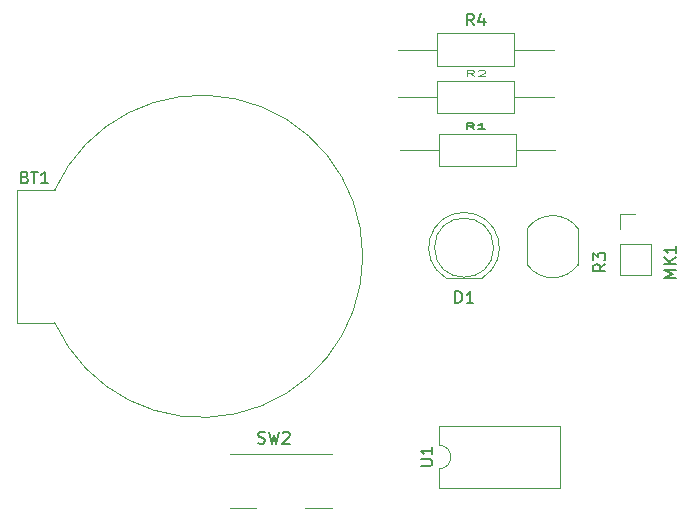
<source format=gbr>
%TF.GenerationSoftware,KiCad,Pcbnew,8.0.4*%
%TF.CreationDate,2024-07-31T01:51:00-07:00*%
%TF.ProjectId,digital,64696769-7461-46c2-9e6b-696361645f70,rev?*%
%TF.SameCoordinates,Original*%
%TF.FileFunction,Legend,Top*%
%TF.FilePolarity,Positive*%
%FSLAX46Y46*%
G04 Gerber Fmt 4.6, Leading zero omitted, Abs format (unit mm)*
G04 Created by KiCad (PCBNEW 8.0.4) date 2024-07-31 01:51:00*
%MOMM*%
%LPD*%
G01*
G04 APERTURE LIST*
%ADD10C,0.150000*%
%ADD11C,0.063500*%
%ADD12C,0.127000*%
%ADD13C,0.120000*%
G04 APERTURE END LIST*
D10*
X167454819Y-105166666D02*
X166978628Y-105499999D01*
X167454819Y-105738094D02*
X166454819Y-105738094D01*
X166454819Y-105738094D02*
X166454819Y-105357142D01*
X166454819Y-105357142D02*
X166502438Y-105261904D01*
X166502438Y-105261904D02*
X166550057Y-105214285D01*
X166550057Y-105214285D02*
X166645295Y-105166666D01*
X166645295Y-105166666D02*
X166788152Y-105166666D01*
X166788152Y-105166666D02*
X166883390Y-105214285D01*
X166883390Y-105214285D02*
X166931009Y-105261904D01*
X166931009Y-105261904D02*
X166978628Y-105357142D01*
X166978628Y-105357142D02*
X166978628Y-105738094D01*
X166454819Y-104833332D02*
X166454819Y-104214285D01*
X166454819Y-104214285D02*
X166835771Y-104547618D01*
X166835771Y-104547618D02*
X166835771Y-104404761D01*
X166835771Y-104404761D02*
X166883390Y-104309523D01*
X166883390Y-104309523D02*
X166931009Y-104261904D01*
X166931009Y-104261904D02*
X167026247Y-104214285D01*
X167026247Y-104214285D02*
X167264342Y-104214285D01*
X167264342Y-104214285D02*
X167359580Y-104261904D01*
X167359580Y-104261904D02*
X167407200Y-104309523D01*
X167407200Y-104309523D02*
X167454819Y-104404761D01*
X167454819Y-104404761D02*
X167454819Y-104690475D01*
X167454819Y-104690475D02*
X167407200Y-104785713D01*
X167407200Y-104785713D02*
X167359580Y-104833332D01*
X154761905Y-108454819D02*
X154761905Y-107454819D01*
X154761905Y-107454819D02*
X155000000Y-107454819D01*
X155000000Y-107454819D02*
X155142857Y-107502438D01*
X155142857Y-107502438D02*
X155238095Y-107597676D01*
X155238095Y-107597676D02*
X155285714Y-107692914D01*
X155285714Y-107692914D02*
X155333333Y-107883390D01*
X155333333Y-107883390D02*
X155333333Y-108026247D01*
X155333333Y-108026247D02*
X155285714Y-108216723D01*
X155285714Y-108216723D02*
X155238095Y-108311961D01*
X155238095Y-108311961D02*
X155142857Y-108407200D01*
X155142857Y-108407200D02*
X155000000Y-108454819D01*
X155000000Y-108454819D02*
X154761905Y-108454819D01*
X156285714Y-108454819D02*
X155714286Y-108454819D01*
X156000000Y-108454819D02*
X156000000Y-107454819D01*
X156000000Y-107454819D02*
X155904762Y-107597676D01*
X155904762Y-107597676D02*
X155809524Y-107692914D01*
X155809524Y-107692914D02*
X155714286Y-107740533D01*
D11*
X156333333Y-89231708D02*
X156000000Y-88989803D01*
X155761905Y-89231708D02*
X155761905Y-88723708D01*
X155761905Y-88723708D02*
X156142857Y-88723708D01*
X156142857Y-88723708D02*
X156238095Y-88747898D01*
X156238095Y-88747898D02*
X156285714Y-88772089D01*
X156285714Y-88772089D02*
X156333333Y-88820470D01*
X156333333Y-88820470D02*
X156333333Y-88893041D01*
X156333333Y-88893041D02*
X156285714Y-88941422D01*
X156285714Y-88941422D02*
X156238095Y-88965613D01*
X156238095Y-88965613D02*
X156142857Y-88989803D01*
X156142857Y-88989803D02*
X155761905Y-88989803D01*
X156714286Y-88772089D02*
X156761905Y-88747898D01*
X156761905Y-88747898D02*
X156857143Y-88723708D01*
X156857143Y-88723708D02*
X157095238Y-88723708D01*
X157095238Y-88723708D02*
X157190476Y-88747898D01*
X157190476Y-88747898D02*
X157238095Y-88772089D01*
X157238095Y-88772089D02*
X157285714Y-88820470D01*
X157285714Y-88820470D02*
X157285714Y-88868851D01*
X157285714Y-88868851D02*
X157238095Y-88941422D01*
X157238095Y-88941422D02*
X156666667Y-89231708D01*
X156666667Y-89231708D02*
X157285714Y-89231708D01*
D10*
X118314285Y-97811009D02*
X118457142Y-97858628D01*
X118457142Y-97858628D02*
X118504761Y-97906247D01*
X118504761Y-97906247D02*
X118552380Y-98001485D01*
X118552380Y-98001485D02*
X118552380Y-98144342D01*
X118552380Y-98144342D02*
X118504761Y-98239580D01*
X118504761Y-98239580D02*
X118457142Y-98287200D01*
X118457142Y-98287200D02*
X118361904Y-98334819D01*
X118361904Y-98334819D02*
X117980952Y-98334819D01*
X117980952Y-98334819D02*
X117980952Y-97334819D01*
X117980952Y-97334819D02*
X118314285Y-97334819D01*
X118314285Y-97334819D02*
X118409523Y-97382438D01*
X118409523Y-97382438D02*
X118457142Y-97430057D01*
X118457142Y-97430057D02*
X118504761Y-97525295D01*
X118504761Y-97525295D02*
X118504761Y-97620533D01*
X118504761Y-97620533D02*
X118457142Y-97715771D01*
X118457142Y-97715771D02*
X118409523Y-97763390D01*
X118409523Y-97763390D02*
X118314285Y-97811009D01*
X118314285Y-97811009D02*
X117980952Y-97811009D01*
X118838095Y-97334819D02*
X119409523Y-97334819D01*
X119123809Y-98334819D02*
X119123809Y-97334819D01*
X120266666Y-98334819D02*
X119695238Y-98334819D01*
X119980952Y-98334819D02*
X119980952Y-97334819D01*
X119980952Y-97334819D02*
X119885714Y-97477676D01*
X119885714Y-97477676D02*
X119790476Y-97572914D01*
X119790476Y-97572914D02*
X119695238Y-97620533D01*
D12*
X156333333Y-84951666D02*
X156000000Y-84479952D01*
X155761905Y-84951666D02*
X155761905Y-83961066D01*
X155761905Y-83961066D02*
X156142857Y-83961066D01*
X156142857Y-83961066D02*
X156238095Y-84008237D01*
X156238095Y-84008237D02*
X156285714Y-84055409D01*
X156285714Y-84055409D02*
X156333333Y-84149752D01*
X156333333Y-84149752D02*
X156333333Y-84291266D01*
X156333333Y-84291266D02*
X156285714Y-84385609D01*
X156285714Y-84385609D02*
X156238095Y-84432780D01*
X156238095Y-84432780D02*
X156142857Y-84479952D01*
X156142857Y-84479952D02*
X155761905Y-84479952D01*
X157190476Y-84291266D02*
X157190476Y-84951666D01*
X156952381Y-83913895D02*
X156714286Y-84621466D01*
X156714286Y-84621466D02*
X157333333Y-84621466D01*
D10*
X151824819Y-122251904D02*
X152634342Y-122251904D01*
X152634342Y-122251904D02*
X152729580Y-122204285D01*
X152729580Y-122204285D02*
X152777200Y-122156666D01*
X152777200Y-122156666D02*
X152824819Y-122061428D01*
X152824819Y-122061428D02*
X152824819Y-121870952D01*
X152824819Y-121870952D02*
X152777200Y-121775714D01*
X152777200Y-121775714D02*
X152729580Y-121728095D01*
X152729580Y-121728095D02*
X152634342Y-121680476D01*
X152634342Y-121680476D02*
X151824819Y-121680476D01*
X152824819Y-120680476D02*
X152824819Y-121251904D01*
X152824819Y-120966190D02*
X151824819Y-120966190D01*
X151824819Y-120966190D02*
X151967676Y-121061428D01*
X151967676Y-121061428D02*
X152062914Y-121156666D01*
X152062914Y-121156666D02*
X152110533Y-121251904D01*
X138066667Y-120307200D02*
X138209524Y-120354819D01*
X138209524Y-120354819D02*
X138447619Y-120354819D01*
X138447619Y-120354819D02*
X138542857Y-120307200D01*
X138542857Y-120307200D02*
X138590476Y-120259580D01*
X138590476Y-120259580D02*
X138638095Y-120164342D01*
X138638095Y-120164342D02*
X138638095Y-120069104D01*
X138638095Y-120069104D02*
X138590476Y-119973866D01*
X138590476Y-119973866D02*
X138542857Y-119926247D01*
X138542857Y-119926247D02*
X138447619Y-119878628D01*
X138447619Y-119878628D02*
X138257143Y-119831009D01*
X138257143Y-119831009D02*
X138161905Y-119783390D01*
X138161905Y-119783390D02*
X138114286Y-119735771D01*
X138114286Y-119735771D02*
X138066667Y-119640533D01*
X138066667Y-119640533D02*
X138066667Y-119545295D01*
X138066667Y-119545295D02*
X138114286Y-119450057D01*
X138114286Y-119450057D02*
X138161905Y-119402438D01*
X138161905Y-119402438D02*
X138257143Y-119354819D01*
X138257143Y-119354819D02*
X138495238Y-119354819D01*
X138495238Y-119354819D02*
X138638095Y-119402438D01*
X138971429Y-119354819D02*
X139209524Y-120354819D01*
X139209524Y-120354819D02*
X139400000Y-119640533D01*
X139400000Y-119640533D02*
X139590476Y-120354819D01*
X139590476Y-120354819D02*
X139828572Y-119354819D01*
X140161905Y-119450057D02*
X140209524Y-119402438D01*
X140209524Y-119402438D02*
X140304762Y-119354819D01*
X140304762Y-119354819D02*
X140542857Y-119354819D01*
X140542857Y-119354819D02*
X140638095Y-119402438D01*
X140638095Y-119402438D02*
X140685714Y-119450057D01*
X140685714Y-119450057D02*
X140733333Y-119545295D01*
X140733333Y-119545295D02*
X140733333Y-119640533D01*
X140733333Y-119640533D02*
X140685714Y-119783390D01*
X140685714Y-119783390D02*
X140114286Y-120354819D01*
X140114286Y-120354819D02*
X140733333Y-120354819D01*
X173454819Y-106309523D02*
X172454819Y-106309523D01*
X172454819Y-106309523D02*
X173169104Y-105976190D01*
X173169104Y-105976190D02*
X172454819Y-105642857D01*
X172454819Y-105642857D02*
X173454819Y-105642857D01*
X173454819Y-105166666D02*
X172454819Y-105166666D01*
X173454819Y-104595238D02*
X172883390Y-105023809D01*
X172454819Y-104595238D02*
X173026247Y-105166666D01*
X173454819Y-103642857D02*
X173454819Y-104214285D01*
X173454819Y-103928571D02*
X172454819Y-103928571D01*
X172454819Y-103928571D02*
X172597676Y-104023809D01*
X172597676Y-104023809D02*
X172692914Y-104119047D01*
X172692914Y-104119047D02*
X172740533Y-104214285D01*
D12*
X156333333Y-93728406D02*
X156000000Y-93486501D01*
X155761905Y-93728406D02*
X155761905Y-93220406D01*
X155761905Y-93220406D02*
X156142857Y-93220406D01*
X156142857Y-93220406D02*
X156238095Y-93244596D01*
X156238095Y-93244596D02*
X156285714Y-93268787D01*
X156285714Y-93268787D02*
X156333333Y-93317168D01*
X156333333Y-93317168D02*
X156333333Y-93389739D01*
X156333333Y-93389739D02*
X156285714Y-93438120D01*
X156285714Y-93438120D02*
X156238095Y-93462311D01*
X156238095Y-93462311D02*
X156142857Y-93486501D01*
X156142857Y-93486501D02*
X155761905Y-93486501D01*
X157285714Y-93728406D02*
X156714286Y-93728406D01*
X157000000Y-93728406D02*
X157000000Y-93220406D01*
X157000000Y-93220406D02*
X156904762Y-93292977D01*
X156904762Y-93292977D02*
X156809524Y-93341358D01*
X156809524Y-93341358D02*
X156714286Y-93365549D01*
D13*
%TO.C,R3*%
X160850000Y-102150000D02*
X160850000Y-105200000D01*
X165150000Y-102150000D02*
X165150000Y-105200000D01*
X160850000Y-102150000D02*
G75*
G02*
X165165525Y-102171766I2150000J-1550000D01*
G01*
X165150000Y-105200000D02*
G75*
G02*
X160881751Y-105244513I-2150000J1500000D01*
G01*
%TO.C,D1*%
X153955000Y-106330000D02*
X157045000Y-106330000D01*
X153955170Y-106330000D02*
G75*
G02*
X155500462Y-100780000I1544830J2560000D01*
G01*
X155499538Y-100780000D02*
G75*
G02*
X157044830Y-106330000I462J-2990000D01*
G01*
X158000000Y-103770000D02*
G75*
G02*
X153000000Y-103770000I-2500000J0D01*
G01*
X153000000Y-103770000D02*
G75*
G02*
X158000000Y-103770000I2500000J0D01*
G01*
%TO.C,R2*%
X149920000Y-91000000D02*
X153230000Y-91000000D01*
X153230000Y-89630000D02*
X153230000Y-92370000D01*
X153230000Y-92370000D02*
X159770000Y-92370000D01*
X159770000Y-89630000D02*
X153230000Y-89630000D01*
X159770000Y-92370000D02*
X159770000Y-89630000D01*
X163080000Y-91000000D02*
X159770000Y-91000000D01*
%TO.C,BT1*%
X117670000Y-98890000D02*
X120845000Y-98890000D01*
X117670000Y-110110000D02*
X117670000Y-98890000D01*
X120845000Y-110110000D02*
X117670000Y-110110000D01*
X120845000Y-98890000D02*
G75*
G02*
X120845000Y-110110000I12435000J-5610000D01*
G01*
%TO.C,R4*%
X149920000Y-87000000D02*
X153230000Y-87000000D01*
X153230000Y-85630000D02*
X153230000Y-88370000D01*
X153230000Y-88370000D02*
X159770000Y-88370000D01*
X159770000Y-85630000D02*
X153230000Y-85630000D01*
X159770000Y-88370000D02*
X159770000Y-85630000D01*
X163080000Y-87000000D02*
X159770000Y-87000000D01*
%TO.C,U1*%
X153370000Y-118840000D02*
X153370000Y-120490000D01*
X153370000Y-122490000D02*
X153370000Y-124140000D01*
X153370000Y-124140000D02*
X163650000Y-124140000D01*
X163650000Y-118840000D02*
X153370000Y-118840000D01*
X163650000Y-124140000D02*
X163650000Y-118840000D01*
X153370000Y-120490000D02*
G75*
G02*
X153370000Y-122490000I0J-1000000D01*
G01*
%TO.C,SW2*%
X135700000Y-121200000D02*
X144300000Y-121200000D01*
X135700000Y-125800000D02*
X137900000Y-125800000D01*
X142000000Y-125800000D02*
X144300000Y-125800000D01*
%TO.C,MK1*%
X168670000Y-100895000D02*
X170000000Y-100895000D01*
X168670000Y-102225000D02*
X168670000Y-100895000D01*
X168670000Y-103495000D02*
X168670000Y-106095000D01*
X168670000Y-103495000D02*
X171330000Y-103495000D01*
X168670000Y-106095000D02*
X171330000Y-106095000D01*
X171330000Y-103495000D02*
X171330000Y-106095000D01*
%TO.C,R1*%
X150040000Y-95500000D02*
X153350000Y-95500000D01*
X153350000Y-94130000D02*
X153350000Y-96870000D01*
X153350000Y-96870000D02*
X159890000Y-96870000D01*
X159890000Y-94130000D02*
X153350000Y-94130000D01*
X159890000Y-96870000D02*
X159890000Y-94130000D01*
X163200000Y-95500000D02*
X159890000Y-95500000D01*
%TD*%
M02*

</source>
